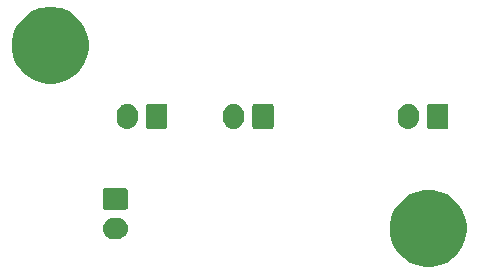
<source format=gbr>
G04 #@! TF.GenerationSoftware,KiCad,Pcbnew,(5.0.1)-3*
G04 #@! TF.CreationDate,2019-04-26T03:26:33+02:00*
G04 #@! TF.ProjectId,piezo_amplifier,7069657A6F5F616D706C69666965722E,rev?*
G04 #@! TF.SameCoordinates,Original*
G04 #@! TF.FileFunction,Soldermask,Bot*
G04 #@! TF.FilePolarity,Negative*
%FSLAX46Y46*%
G04 Gerber Fmt 4.6, Leading zero omitted, Abs format (unit mm)*
G04 Created by KiCad (PCBNEW (5.0.1)-3) date 19/04/26 3:26:33 AM*
%MOMM*%
%LPD*%
G01*
G04 APERTURE LIST*
%ADD10C,0.100000*%
G04 APERTURE END LIST*
D10*
G36*
X141388513Y-87762589D02*
X141948282Y-87873934D01*
X142539926Y-88119001D01*
X143068802Y-88472385D01*
X143072395Y-88474786D01*
X143525214Y-88927605D01*
X143525216Y-88927608D01*
X143880999Y-89460074D01*
X143880999Y-89460075D01*
X144126066Y-90051719D01*
X144251000Y-90679803D01*
X144251000Y-91320197D01*
X144214640Y-91502989D01*
X144126066Y-91948282D01*
X143880999Y-92539926D01*
X143527615Y-93068802D01*
X143525214Y-93072395D01*
X143072395Y-93525214D01*
X143072392Y-93525216D01*
X142539926Y-93880999D01*
X141948282Y-94126066D01*
X141634239Y-94188533D01*
X141320197Y-94251000D01*
X140679803Y-94251000D01*
X140365761Y-94188533D01*
X140051718Y-94126066D01*
X139460074Y-93880999D01*
X138927608Y-93525216D01*
X138927605Y-93525214D01*
X138474786Y-93072395D01*
X138472385Y-93068802D01*
X138119001Y-92539926D01*
X137873934Y-91948282D01*
X137785360Y-91502989D01*
X137749000Y-91320197D01*
X137749000Y-90679803D01*
X137873934Y-90051719D01*
X138119001Y-89460075D01*
X138119001Y-89460074D01*
X138474784Y-88927608D01*
X138474786Y-88927605D01*
X138927605Y-88474786D01*
X138931198Y-88472385D01*
X139460074Y-88119001D01*
X140051718Y-87873934D01*
X140611487Y-87762589D01*
X140679803Y-87749000D01*
X141320197Y-87749000D01*
X141388513Y-87762589D01*
X141388513Y-87762589D01*
G37*
G36*
X114760443Y-90105519D02*
X114826627Y-90112037D01*
X114939853Y-90146384D01*
X114996467Y-90163557D01*
X115135087Y-90237652D01*
X115152991Y-90247222D01*
X115188729Y-90276552D01*
X115290186Y-90359814D01*
X115373448Y-90461271D01*
X115402778Y-90497009D01*
X115402779Y-90497011D01*
X115486443Y-90653533D01*
X115486443Y-90653534D01*
X115537963Y-90823373D01*
X115555359Y-91000000D01*
X115537963Y-91176627D01*
X115503616Y-91289853D01*
X115486443Y-91346467D01*
X115412348Y-91485087D01*
X115402778Y-91502991D01*
X115373448Y-91538729D01*
X115290186Y-91640186D01*
X115188729Y-91723448D01*
X115152991Y-91752778D01*
X115152989Y-91752779D01*
X114996467Y-91836443D01*
X114939853Y-91853616D01*
X114826627Y-91887963D01*
X114760442Y-91894482D01*
X114694260Y-91901000D01*
X114305740Y-91901000D01*
X114239558Y-91894482D01*
X114173373Y-91887963D01*
X114060147Y-91853616D01*
X114003533Y-91836443D01*
X113847011Y-91752779D01*
X113847009Y-91752778D01*
X113811271Y-91723448D01*
X113709814Y-91640186D01*
X113626552Y-91538729D01*
X113597222Y-91502991D01*
X113587652Y-91485087D01*
X113513557Y-91346467D01*
X113496384Y-91289853D01*
X113462037Y-91176627D01*
X113444641Y-91000000D01*
X113462037Y-90823373D01*
X113513557Y-90653534D01*
X113513557Y-90653533D01*
X113597221Y-90497011D01*
X113597222Y-90497009D01*
X113626552Y-90461271D01*
X113709814Y-90359814D01*
X113811271Y-90276552D01*
X113847009Y-90247222D01*
X113864913Y-90237652D01*
X114003533Y-90163557D01*
X114060147Y-90146384D01*
X114173373Y-90112037D01*
X114239557Y-90105519D01*
X114305740Y-90099000D01*
X114694260Y-90099000D01*
X114760443Y-90105519D01*
X114760443Y-90105519D01*
G37*
G36*
X115408600Y-87602989D02*
X115441649Y-87613014D01*
X115472106Y-87629294D01*
X115498799Y-87651201D01*
X115520706Y-87677894D01*
X115536986Y-87708351D01*
X115547011Y-87741400D01*
X115551000Y-87781904D01*
X115551000Y-89218096D01*
X115547011Y-89258600D01*
X115536986Y-89291649D01*
X115520706Y-89322106D01*
X115498799Y-89348799D01*
X115472106Y-89370706D01*
X115441649Y-89386986D01*
X115408600Y-89397011D01*
X115368096Y-89401000D01*
X113631904Y-89401000D01*
X113591400Y-89397011D01*
X113558351Y-89386986D01*
X113527894Y-89370706D01*
X113501201Y-89348799D01*
X113479294Y-89322106D01*
X113463014Y-89291649D01*
X113452989Y-89258600D01*
X113449000Y-89218096D01*
X113449000Y-87781904D01*
X113452989Y-87741400D01*
X113463014Y-87708351D01*
X113479294Y-87677894D01*
X113501201Y-87651201D01*
X113527894Y-87629294D01*
X113558351Y-87613014D01*
X113591400Y-87602989D01*
X113631904Y-87599000D01*
X115368096Y-87599000D01*
X115408600Y-87602989D01*
X115408600Y-87602989D01*
G37*
G36*
X124676627Y-80462037D02*
X124789853Y-80496384D01*
X124846467Y-80513557D01*
X124985087Y-80587652D01*
X125002991Y-80597222D01*
X125038729Y-80626552D01*
X125140186Y-80709814D01*
X125223448Y-80811271D01*
X125252778Y-80847009D01*
X125336443Y-81003534D01*
X125387963Y-81173374D01*
X125401000Y-81305743D01*
X125401000Y-81694258D01*
X125387963Y-81826627D01*
X125353616Y-81939853D01*
X125336443Y-81996467D01*
X125262348Y-82135087D01*
X125252778Y-82152991D01*
X125223448Y-82188729D01*
X125140186Y-82290186D01*
X125002989Y-82402779D01*
X124846466Y-82486443D01*
X124805733Y-82498799D01*
X124676626Y-82537963D01*
X124500000Y-82555359D01*
X124323373Y-82537963D01*
X124194266Y-82498799D01*
X124153533Y-82486443D01*
X123997011Y-82402779D01*
X123997009Y-82402778D01*
X123954749Y-82368096D01*
X123859814Y-82290186D01*
X123747221Y-82152989D01*
X123663557Y-81996466D01*
X123646384Y-81939852D01*
X123612037Y-81826626D01*
X123599000Y-81694257D01*
X123599000Y-81305742D01*
X123612037Y-81173373D01*
X123663557Y-81003534D01*
X123663557Y-81003533D01*
X123747222Y-80847008D01*
X123859812Y-80709817D01*
X123954750Y-80631904D01*
X123997010Y-80597222D01*
X124014914Y-80587652D01*
X124153534Y-80513557D01*
X124210148Y-80496384D01*
X124323374Y-80462037D01*
X124500000Y-80444641D01*
X124676627Y-80462037D01*
X124676627Y-80462037D01*
G37*
G36*
X139476627Y-80462037D02*
X139589853Y-80496384D01*
X139646467Y-80513557D01*
X139785087Y-80587652D01*
X139802991Y-80597222D01*
X139838729Y-80626552D01*
X139940186Y-80709814D01*
X140023448Y-80811271D01*
X140052778Y-80847009D01*
X140136443Y-81003534D01*
X140187963Y-81173374D01*
X140201000Y-81305743D01*
X140201000Y-81694258D01*
X140187963Y-81826627D01*
X140153616Y-81939853D01*
X140136443Y-81996467D01*
X140062348Y-82135087D01*
X140052778Y-82152991D01*
X140023448Y-82188729D01*
X139940186Y-82290186D01*
X139802989Y-82402779D01*
X139646466Y-82486443D01*
X139605733Y-82498799D01*
X139476626Y-82537963D01*
X139300000Y-82555359D01*
X139123373Y-82537963D01*
X138994266Y-82498799D01*
X138953533Y-82486443D01*
X138797011Y-82402779D01*
X138797009Y-82402778D01*
X138754749Y-82368096D01*
X138659814Y-82290186D01*
X138547221Y-82152989D01*
X138463557Y-81996466D01*
X138446384Y-81939852D01*
X138412037Y-81826626D01*
X138399000Y-81694257D01*
X138399000Y-81305742D01*
X138412037Y-81173373D01*
X138463557Y-81003534D01*
X138463557Y-81003533D01*
X138547222Y-80847008D01*
X138659812Y-80709817D01*
X138754750Y-80631904D01*
X138797010Y-80597222D01*
X138814914Y-80587652D01*
X138953534Y-80513557D01*
X139010148Y-80496384D01*
X139123374Y-80462037D01*
X139300000Y-80444641D01*
X139476627Y-80462037D01*
X139476627Y-80462037D01*
G37*
G36*
X115676627Y-80462037D02*
X115789853Y-80496384D01*
X115846467Y-80513557D01*
X115985087Y-80587652D01*
X116002991Y-80597222D01*
X116038729Y-80626552D01*
X116140186Y-80709814D01*
X116223448Y-80811271D01*
X116252778Y-80847009D01*
X116336443Y-81003534D01*
X116387963Y-81173374D01*
X116401000Y-81305743D01*
X116401000Y-81694258D01*
X116387963Y-81826627D01*
X116353616Y-81939853D01*
X116336443Y-81996467D01*
X116262348Y-82135087D01*
X116252778Y-82152991D01*
X116223448Y-82188729D01*
X116140186Y-82290186D01*
X116002989Y-82402779D01*
X115846466Y-82486443D01*
X115805733Y-82498799D01*
X115676626Y-82537963D01*
X115500000Y-82555359D01*
X115323373Y-82537963D01*
X115194266Y-82498799D01*
X115153533Y-82486443D01*
X114997011Y-82402779D01*
X114997009Y-82402778D01*
X114954749Y-82368096D01*
X114859814Y-82290186D01*
X114747221Y-82152989D01*
X114663557Y-81996466D01*
X114646384Y-81939852D01*
X114612037Y-81826626D01*
X114599000Y-81694257D01*
X114599000Y-81305742D01*
X114612037Y-81173373D01*
X114663557Y-81003534D01*
X114663557Y-81003533D01*
X114747222Y-80847008D01*
X114859812Y-80709817D01*
X114954750Y-80631904D01*
X114997010Y-80597222D01*
X115014914Y-80587652D01*
X115153534Y-80513557D01*
X115210148Y-80496384D01*
X115323374Y-80462037D01*
X115500000Y-80444641D01*
X115676627Y-80462037D01*
X115676627Y-80462037D01*
G37*
G36*
X142558600Y-80452989D02*
X142591649Y-80463014D01*
X142622106Y-80479294D01*
X142648799Y-80501201D01*
X142670706Y-80527894D01*
X142686986Y-80558351D01*
X142697011Y-80591400D01*
X142701000Y-80631904D01*
X142701000Y-82368096D01*
X142697011Y-82408600D01*
X142686986Y-82441649D01*
X142670706Y-82472106D01*
X142648799Y-82498799D01*
X142622106Y-82520706D01*
X142591649Y-82536986D01*
X142558600Y-82547011D01*
X142518096Y-82551000D01*
X141081904Y-82551000D01*
X141041400Y-82547011D01*
X141008351Y-82536986D01*
X140977894Y-82520706D01*
X140951201Y-82498799D01*
X140929294Y-82472106D01*
X140913014Y-82441649D01*
X140902989Y-82408600D01*
X140899000Y-82368096D01*
X140899000Y-80631904D01*
X140902989Y-80591400D01*
X140913014Y-80558351D01*
X140929294Y-80527894D01*
X140951201Y-80501201D01*
X140977894Y-80479294D01*
X141008351Y-80463014D01*
X141041400Y-80452989D01*
X141081904Y-80449000D01*
X142518096Y-80449000D01*
X142558600Y-80452989D01*
X142558600Y-80452989D01*
G37*
G36*
X127758600Y-80452989D02*
X127791649Y-80463014D01*
X127822106Y-80479294D01*
X127848799Y-80501201D01*
X127870706Y-80527894D01*
X127886986Y-80558351D01*
X127897011Y-80591400D01*
X127901000Y-80631904D01*
X127901000Y-82368096D01*
X127897011Y-82408600D01*
X127886986Y-82441649D01*
X127870706Y-82472106D01*
X127848799Y-82498799D01*
X127822106Y-82520706D01*
X127791649Y-82536986D01*
X127758600Y-82547011D01*
X127718096Y-82551000D01*
X126281904Y-82551000D01*
X126241400Y-82547011D01*
X126208351Y-82536986D01*
X126177894Y-82520706D01*
X126151201Y-82498799D01*
X126129294Y-82472106D01*
X126113014Y-82441649D01*
X126102989Y-82408600D01*
X126099000Y-82368096D01*
X126099000Y-80631904D01*
X126102989Y-80591400D01*
X126113014Y-80558351D01*
X126129294Y-80527894D01*
X126151201Y-80501201D01*
X126177894Y-80479294D01*
X126208351Y-80463014D01*
X126241400Y-80452989D01*
X126281904Y-80449000D01*
X127718096Y-80449000D01*
X127758600Y-80452989D01*
X127758600Y-80452989D01*
G37*
G36*
X118758600Y-80452989D02*
X118791649Y-80463014D01*
X118822106Y-80479294D01*
X118848799Y-80501201D01*
X118870706Y-80527894D01*
X118886986Y-80558351D01*
X118897011Y-80591400D01*
X118901000Y-80631904D01*
X118901000Y-82368096D01*
X118897011Y-82408600D01*
X118886986Y-82441649D01*
X118870706Y-82472106D01*
X118848799Y-82498799D01*
X118822106Y-82520706D01*
X118791649Y-82536986D01*
X118758600Y-82547011D01*
X118718096Y-82551000D01*
X117281904Y-82551000D01*
X117241400Y-82547011D01*
X117208351Y-82536986D01*
X117177894Y-82520706D01*
X117151201Y-82498799D01*
X117129294Y-82472106D01*
X117113014Y-82441649D01*
X117102989Y-82408600D01*
X117099000Y-82368096D01*
X117099000Y-80631904D01*
X117102989Y-80591400D01*
X117113014Y-80558351D01*
X117129294Y-80527894D01*
X117151201Y-80501201D01*
X117177894Y-80479294D01*
X117208351Y-80463014D01*
X117241400Y-80452989D01*
X117281904Y-80449000D01*
X118718096Y-80449000D01*
X118758600Y-80452989D01*
X118758600Y-80452989D01*
G37*
G36*
X109634239Y-72311467D02*
X109948282Y-72373934D01*
X110539926Y-72619001D01*
X111068802Y-72972385D01*
X111072395Y-72974786D01*
X111525214Y-73427605D01*
X111525216Y-73427608D01*
X111880999Y-73960074D01*
X112126066Y-74551718D01*
X112251000Y-75179804D01*
X112251000Y-75820196D01*
X112126066Y-76448282D01*
X111880999Y-77039926D01*
X111527615Y-77568802D01*
X111525214Y-77572395D01*
X111072395Y-78025214D01*
X111072392Y-78025216D01*
X110539926Y-78380999D01*
X109948282Y-78626066D01*
X109634239Y-78688533D01*
X109320197Y-78751000D01*
X108679803Y-78751000D01*
X108365761Y-78688533D01*
X108051718Y-78626066D01*
X107460074Y-78380999D01*
X106927608Y-78025216D01*
X106927605Y-78025214D01*
X106474786Y-77572395D01*
X106472385Y-77568802D01*
X106119001Y-77039926D01*
X105873934Y-76448282D01*
X105749000Y-75820196D01*
X105749000Y-75179804D01*
X105873934Y-74551718D01*
X106119001Y-73960074D01*
X106474784Y-73427608D01*
X106474786Y-73427605D01*
X106927605Y-72974786D01*
X106931198Y-72972385D01*
X107460074Y-72619001D01*
X108051718Y-72373934D01*
X108365761Y-72311467D01*
X108679803Y-72249000D01*
X109320197Y-72249000D01*
X109634239Y-72311467D01*
X109634239Y-72311467D01*
G37*
M02*

</source>
